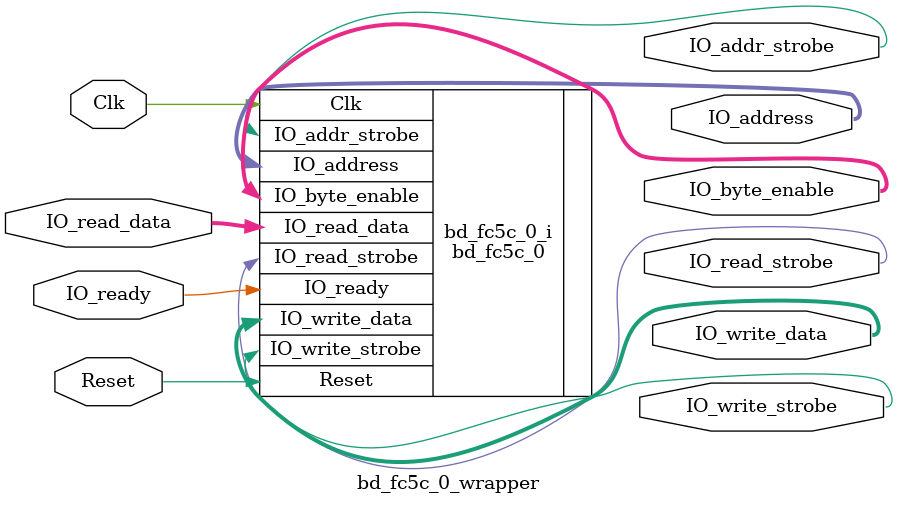
<source format=v>
`timescale 1 ps / 1 ps

module bd_fc5c_0_wrapper
   (Clk,
    IO_addr_strobe,
    IO_address,
    IO_byte_enable,
    IO_read_data,
    IO_read_strobe,
    IO_ready,
    IO_write_data,
    IO_write_strobe,
    Reset);
  input Clk;
  output IO_addr_strobe;
  output [31:0]IO_address;
  output [3:0]IO_byte_enable;
  input [31:0]IO_read_data;
  output IO_read_strobe;
  input IO_ready;
  output [31:0]IO_write_data;
  output IO_write_strobe;
  input Reset;

  wire Clk;
  wire IO_addr_strobe;
  wire [31:0]IO_address;
  wire [3:0]IO_byte_enable;
  wire [31:0]IO_read_data;
  wire IO_read_strobe;
  wire IO_ready;
  wire [31:0]IO_write_data;
  wire IO_write_strobe;
  wire Reset;

  bd_fc5c_0 bd_fc5c_0_i
       (.Clk(Clk),
        .IO_addr_strobe(IO_addr_strobe),
        .IO_address(IO_address),
        .IO_byte_enable(IO_byte_enable),
        .IO_read_data(IO_read_data),
        .IO_read_strobe(IO_read_strobe),
        .IO_ready(IO_ready),
        .IO_write_data(IO_write_data),
        .IO_write_strobe(IO_write_strobe),
        .Reset(Reset));
endmodule

</source>
